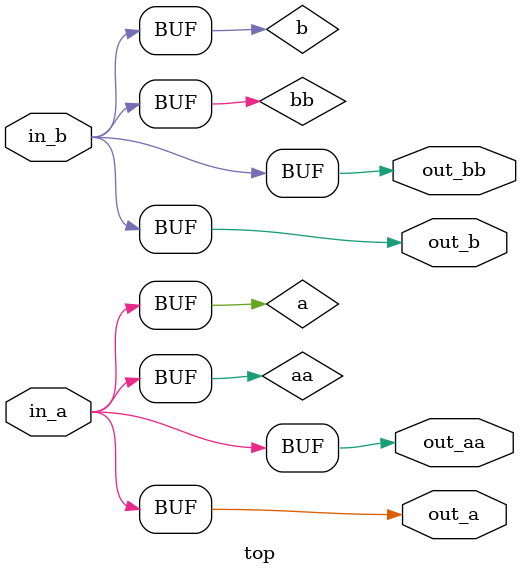
<source format=sv>
module top (
	output logic out_a,
	output logic out_b,
	output logic out_aa,
	output logic out_bb,
	input logic in_a,
	input logic in_b
);

	logic aa;
	logic a;
	logic bb;
	logic b;

	assign a = in_a;
	assign b = in_b;

	assign out_a = a;
	assign out_aa = a;
	assign aa = a;
	assign out_b = b;
	assign out_bb = b;
	assign bb = b;
endmodule



</source>
